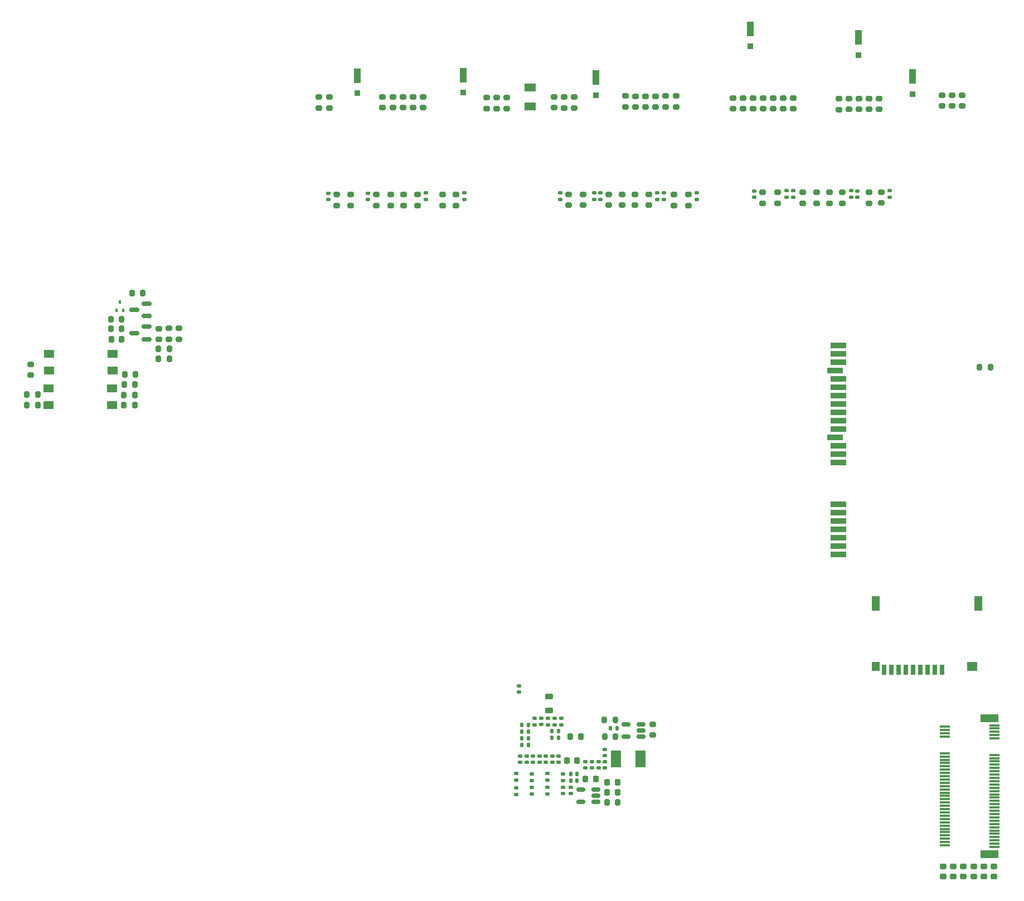
<source format=gbp>
G04 #@! TF.GenerationSoftware,KiCad,Pcbnew,8.0.0-rc1*
G04 #@! TF.CreationDate,2024-05-28T16:40:15+03:00*
G04 #@! TF.ProjectId,MXVR_3566,4d585652-5f33-4353-9636-2e6b69636164,REV1*
G04 #@! TF.SameCoordinates,Original*
G04 #@! TF.FileFunction,Paste,Bot*
G04 #@! TF.FilePolarity,Positive*
%FSLAX46Y46*%
G04 Gerber Fmt 4.6, Leading zero omitted, Abs format (unit mm)*
G04 Created by KiCad (PCBNEW 8.0.0-rc1) date 2024-05-28 16:40:15*
%MOMM*%
%LPD*%
G01*
G04 APERTURE LIST*
G04 Aperture macros list*
%AMRoundRect*
0 Rectangle with rounded corners*
0 $1 Rounding radius*
0 $2 $3 $4 $5 $6 $7 $8 $9 X,Y pos of 4 corners*
0 Add a 4 corners polygon primitive as box body*
4,1,4,$2,$3,$4,$5,$6,$7,$8,$9,$2,$3,0*
0 Add four circle primitives for the rounded corners*
1,1,$1+$1,$2,$3*
1,1,$1+$1,$4,$5*
1,1,$1+$1,$6,$7*
1,1,$1+$1,$8,$9*
0 Add four rect primitives between the rounded corners*
20,1,$1+$1,$2,$3,$4,$5,0*
20,1,$1+$1,$4,$5,$6,$7,0*
20,1,$1+$1,$6,$7,$8,$9,0*
20,1,$1+$1,$8,$9,$2,$3,0*%
G04 Aperture macros list end*
%ADD10RoundRect,0.150000X0.512500X0.150000X-0.512500X0.150000X-0.512500X-0.150000X0.512500X-0.150000X0*%
%ADD11RoundRect,0.200000X0.200000X0.275000X-0.200000X0.275000X-0.200000X-0.275000X0.200000X-0.275000X0*%
%ADD12RoundRect,0.140000X-0.170000X0.140000X-0.170000X-0.140000X0.170000X-0.140000X0.170000X0.140000X0*%
%ADD13RoundRect,0.200000X-0.275000X0.200000X-0.275000X-0.200000X0.275000X-0.200000X0.275000X0.200000X0*%
%ADD14RoundRect,0.140000X0.170000X-0.140000X0.170000X0.140000X-0.170000X0.140000X-0.170000X-0.140000X0*%
%ADD15RoundRect,0.150000X0.587500X0.150000X-0.587500X0.150000X-0.587500X-0.150000X0.587500X-0.150000X0*%
%ADD16RoundRect,0.200000X0.275000X-0.200000X0.275000X0.200000X-0.275000X0.200000X-0.275000X-0.200000X0*%
%ADD17R,1.120000X2.170000*%
%ADD18R,0.850000X0.850000*%
%ADD19RoundRect,0.218750X0.218750X0.256250X-0.218750X0.256250X-0.218750X-0.256250X0.218750X-0.256250X0*%
%ADD20RoundRect,0.135000X0.185000X-0.135000X0.185000X0.135000X-0.185000X0.135000X-0.185000X-0.135000X0*%
%ADD21RoundRect,0.140000X0.140000X0.170000X-0.140000X0.170000X-0.140000X-0.170000X0.140000X-0.170000X0*%
%ADD22RoundRect,0.140000X-0.140000X-0.170000X0.140000X-0.170000X0.140000X0.170000X-0.140000X0.170000X0*%
%ADD23RoundRect,0.200000X-0.200000X-0.275000X0.200000X-0.275000X0.200000X0.275000X-0.200000X0.275000X0*%
%ADD24RoundRect,0.225000X-0.225000X-0.250000X0.225000X-0.250000X0.225000X0.250000X-0.225000X0.250000X0*%
%ADD25RoundRect,0.225000X-0.250000X0.225000X-0.250000X-0.225000X0.250000X-0.225000X0.250000X0.225000X0*%
%ADD26R,1.800000X1.200000*%
%ADD27R,1.500000X1.250000*%
%ADD28R,0.400000X0.510000*%
%ADD29R,1.550000X0.300000*%
%ADD30R,2.750000X1.200000*%
%ADD31R,1.500000X2.500000*%
%ADD32R,2.400000X0.900000*%
%ADD33RoundRect,0.225000X0.225000X0.250000X-0.225000X0.250000X-0.225000X-0.250000X0.225000X-0.250000X0*%
%ADD34R,0.700000X1.600000*%
%ADD35R,1.200000X1.400000*%
%ADD36R,1.200000X2.200000*%
%ADD37R,1.600000X1.400000*%
%ADD38RoundRect,0.218750X-0.381250X0.218750X-0.381250X-0.218750X0.381250X-0.218750X0.381250X0.218750X0*%
G04 APERTURE END LIST*
D10*
X139637510Y-145977510D03*
X139637510Y-146927510D03*
X139637510Y-147877510D03*
X137362510Y-147877510D03*
X137362510Y-145977510D03*
D11*
X142955000Y-147950000D03*
X141305000Y-147950000D03*
D12*
X139350000Y-55340000D03*
X139350000Y-56300000D03*
X135850010Y-145660010D03*
X135850010Y-146620010D03*
D13*
X108450000Y-55575000D03*
X108450000Y-57225000D03*
X116360000Y-55570000D03*
X116360000Y-57220000D03*
D12*
X119660000Y-55350000D03*
X119660000Y-56310000D03*
D14*
X130082510Y-141870010D03*
X130082510Y-140910010D03*
D15*
X71395000Y-72120000D03*
X71395000Y-74020000D03*
X69520000Y-73070000D03*
X71420000Y-75660000D03*
X71420000Y-77560000D03*
X69545000Y-76610000D03*
D12*
X134620010Y-145660010D03*
X134620010Y-146620010D03*
D16*
X53770000Y-83005000D03*
X53770000Y-81355000D03*
D12*
X104990000Y-55360000D03*
X104990000Y-56320000D03*
D13*
X167210000Y-55240000D03*
X167210000Y-56890000D03*
X151500000Y-55570000D03*
X151500000Y-57220000D03*
D16*
X145665000Y-42280000D03*
X145665000Y-40630000D03*
D14*
X129102510Y-141870010D03*
X129102510Y-140910010D03*
D12*
X133380010Y-135170010D03*
X133380010Y-136130010D03*
D17*
X163130000Y-30380000D03*
D18*
X163130000Y-33060000D03*
D13*
X163530000Y-40895000D03*
X163530000Y-42545000D03*
D19*
X136790010Y-141580010D03*
X135215010Y-141580010D03*
D13*
X145590000Y-55555000D03*
X145590000Y-57205000D03*
X126100000Y-40860000D03*
X126100000Y-42510000D03*
X111840000Y-40745000D03*
X111840000Y-42395000D03*
D20*
X129920010Y-146710010D03*
X129920010Y-145690010D03*
D21*
X133950000Y-137090000D03*
X132990000Y-137090000D03*
D13*
X168090000Y-40885000D03*
X168090000Y-42535000D03*
D22*
X128410010Y-136170010D03*
X129370010Y-136170010D03*
D13*
X183000000Y-55225000D03*
X183000000Y-56875000D03*
D14*
X128122510Y-141880010D03*
X128122510Y-140920010D03*
D23*
X140925010Y-135440010D03*
X142575010Y-135440010D03*
D14*
X127970010Y-131190010D03*
X127970010Y-130230010D03*
D12*
X141030010Y-141750010D03*
X141030010Y-142710010D03*
D13*
X173150000Y-55245000D03*
X173150000Y-56895000D03*
X182680000Y-41000000D03*
X182680000Y-42650000D03*
X134840000Y-40755000D03*
X134840000Y-42405000D03*
D24*
X141375010Y-146400010D03*
X142925010Y-146400010D03*
D11*
X74860000Y-80570000D03*
X73210000Y-80570000D03*
D16*
X76280000Y-77575000D03*
X76280000Y-75925000D03*
D11*
X69720000Y-82910000D03*
X68070000Y-82910000D03*
D13*
X171030000Y-55245000D03*
X171030000Y-56895000D03*
D16*
X73240000Y-77585000D03*
X73240000Y-75935000D03*
D25*
X192395000Y-157640000D03*
X192395000Y-159190000D03*
D13*
X118390000Y-55575000D03*
X118390000Y-57225000D03*
D10*
X146517510Y-136060010D03*
X146517510Y-137010010D03*
X146517510Y-137960010D03*
X144242510Y-137960010D03*
X144242510Y-136060010D03*
D13*
X193710000Y-40470000D03*
X193710000Y-42120000D03*
X161990000Y-40895000D03*
X161990000Y-42545000D03*
X136370000Y-40755000D03*
X136370000Y-42405000D03*
D14*
X141030010Y-140820010D03*
X141030010Y-139860010D03*
D11*
X54885000Y-85990000D03*
X53235000Y-85990000D03*
D22*
X128420010Y-137190010D03*
X129380010Y-137190010D03*
D13*
X195230000Y-40470000D03*
X195230000Y-42120000D03*
X141590000Y-55565000D03*
X141590000Y-57215000D03*
D19*
X137327500Y-137970000D03*
X135752500Y-137970000D03*
D14*
X133022510Y-141870010D03*
X133022510Y-140910010D03*
D13*
X100270000Y-55585000D03*
X100270000Y-57235000D03*
D17*
X139600000Y-37800000D03*
D18*
X139600000Y-40480000D03*
D13*
X106240000Y-55585000D03*
X106240000Y-57235000D03*
D12*
X140330000Y-55340000D03*
X140330000Y-56300000D03*
D26*
X129690000Y-42195000D03*
X129690000Y-39295000D03*
D13*
X151795000Y-40620000D03*
X151795000Y-42270000D03*
D20*
X132300010Y-146710010D03*
X132300010Y-145690010D03*
D13*
X110310000Y-40740000D03*
X110310000Y-42390000D03*
X178110000Y-41000000D03*
X178110000Y-42650000D03*
X176580000Y-41020000D03*
X176580000Y-42670000D03*
D12*
X132380010Y-135170010D03*
X132380010Y-136130010D03*
D13*
X110440000Y-55585000D03*
X110440000Y-57235000D03*
D27*
X56530000Y-87570000D03*
X56530000Y-85030000D03*
X66190000Y-85030000D03*
X66190000Y-87570000D03*
D12*
X179320000Y-55030000D03*
X179320000Y-55990000D03*
X163700000Y-55020000D03*
X163700000Y-55980000D03*
X178380000Y-55010000D03*
X178380000Y-55970000D03*
D24*
X141375010Y-144865010D03*
X142925010Y-144865010D03*
D16*
X74760000Y-77575000D03*
X74760000Y-75925000D03*
D17*
X179525000Y-31705000D03*
D18*
X179525000Y-34385000D03*
D13*
X143600000Y-55550000D03*
X143600000Y-57200000D03*
X166570000Y-40900000D03*
X166570000Y-42550000D03*
D11*
X74855000Y-79050000D03*
X73205000Y-79050000D03*
D28*
X67830000Y-73195000D03*
X66830000Y-73195000D03*
X67330000Y-71905000D03*
D29*
X200184900Y-154715000D03*
X192634900Y-154465000D03*
X200184900Y-154215000D03*
X192634900Y-153965000D03*
X200184900Y-153715000D03*
X192634900Y-153465000D03*
X200184900Y-153215000D03*
X192634900Y-152965000D03*
X200184900Y-152715000D03*
X192634900Y-152465000D03*
X200184900Y-152215000D03*
X192634900Y-151965000D03*
X200184900Y-151715000D03*
X192634900Y-151465000D03*
X200184900Y-151215000D03*
X192634900Y-150965000D03*
X200184900Y-150715000D03*
X192634900Y-150465000D03*
X200184900Y-150215000D03*
X192634900Y-149965000D03*
X200184900Y-149715000D03*
X192634900Y-149465000D03*
X200184900Y-149215000D03*
X192634900Y-148965000D03*
X200184900Y-148715000D03*
X192634900Y-148465000D03*
X200184900Y-148215000D03*
X192634900Y-147965000D03*
X200184900Y-147715000D03*
X192634900Y-147465000D03*
X200184900Y-147215000D03*
X192634900Y-146965000D03*
X200184900Y-146715000D03*
X192634900Y-146465000D03*
X200184900Y-146215000D03*
X192634900Y-145965000D03*
X200184900Y-145715000D03*
X192634900Y-145465000D03*
X200184900Y-145215000D03*
X192634900Y-144965000D03*
X200184900Y-144715000D03*
X192634900Y-144465000D03*
X200184900Y-144215000D03*
X192634900Y-143965000D03*
X200184900Y-143715000D03*
X192634900Y-143465000D03*
X200184900Y-143215000D03*
X192634900Y-142965000D03*
X200184900Y-142715000D03*
X192634900Y-142465000D03*
X200184900Y-142215000D03*
X192634900Y-141965000D03*
X200184900Y-141715000D03*
X192634900Y-141465000D03*
X200184900Y-141215000D03*
X192634900Y-140965000D03*
X200184900Y-140715000D03*
X192634900Y-140465000D03*
X200184900Y-138215000D03*
X192634900Y-137965000D03*
X200184900Y-137715000D03*
X192634900Y-137465000D03*
X200184900Y-137215000D03*
X192634900Y-136965000D03*
X200184900Y-136715000D03*
X192634900Y-136465000D03*
X200184900Y-136215000D03*
D30*
X199409900Y-155815000D03*
X199409900Y-135115000D03*
D13*
X102420000Y-55585000D03*
X102420000Y-57235000D03*
D20*
X134660010Y-144650010D03*
X134660010Y-143630010D03*
D13*
X165050000Y-40895000D03*
X165050000Y-42545000D03*
X192180000Y-40470000D03*
X192180000Y-42120000D03*
D25*
X195475000Y-157640000D03*
X195475000Y-159190000D03*
D20*
X127540010Y-146730010D03*
X127540010Y-145710010D03*
D13*
X177090000Y-55230000D03*
X177090000Y-56880000D03*
D23*
X140955010Y-137970010D03*
X142605010Y-137970010D03*
D13*
X160470000Y-40885000D03*
X160470000Y-42535000D03*
D20*
X129910010Y-144620010D03*
X129910010Y-143600010D03*
D13*
X113360000Y-40735000D03*
X113360000Y-42385000D03*
X133310000Y-40740000D03*
X133310000Y-42390000D03*
X147690000Y-55555000D03*
X147690000Y-57205000D03*
X99160000Y-40780000D03*
X99160000Y-42430000D03*
X181160000Y-41000000D03*
X181160000Y-42650000D03*
X153680000Y-55570000D03*
X153680000Y-57220000D03*
X148735000Y-40635000D03*
X148735000Y-42285000D03*
X135450000Y-55555000D03*
X135450000Y-57205000D03*
X108780000Y-40740000D03*
X108780000Y-42390000D03*
D25*
X198545000Y-157660000D03*
X198545000Y-159210000D03*
D22*
X135840010Y-143620010D03*
X136800010Y-143620010D03*
D21*
X142820010Y-136700010D03*
X141860010Y-136700010D03*
D23*
X197895000Y-81850000D03*
X199545000Y-81850000D03*
X53235000Y-87580000D03*
X54885000Y-87580000D03*
X67955000Y-86020000D03*
X69605000Y-86020000D03*
D13*
X123070000Y-40850000D03*
X123070000Y-42500000D03*
D31*
X146426746Y-141330010D03*
X142726746Y-141330010D03*
D22*
X128420010Y-138220010D03*
X129380010Y-138220010D03*
D12*
X154950000Y-55345000D03*
X154950000Y-56305000D03*
D13*
X164960000Y-55235000D03*
X164960000Y-56885000D03*
X175080000Y-55245000D03*
X175080000Y-56895000D03*
X112575000Y-55575000D03*
X112575000Y-57225000D03*
D32*
X176480000Y-96315000D03*
X176480000Y-95035000D03*
X176480000Y-93765000D03*
X175980000Y-92495000D03*
X176480000Y-91225000D03*
X176480000Y-89955000D03*
X176480000Y-88685000D03*
X176480000Y-87415000D03*
X176480000Y-86145000D03*
X176480000Y-84875000D03*
X176480000Y-83605000D03*
X175980000Y-82335000D03*
X176480000Y-81065000D03*
X176480000Y-79795000D03*
X176480000Y-78525000D03*
X176480000Y-110275000D03*
X176480000Y-109005000D03*
X176480000Y-107735000D03*
X176480000Y-106465000D03*
X176480000Y-105195000D03*
X176480000Y-103925000D03*
X176480000Y-102655000D03*
D12*
X169630000Y-55010000D03*
X169630000Y-55970000D03*
D17*
X103385000Y-37520000D03*
D18*
X103385000Y-40200000D03*
D23*
X65975000Y-74500000D03*
X67625000Y-74500000D03*
D11*
X69620000Y-84480000D03*
X67970000Y-84480000D03*
D25*
X197015000Y-157645000D03*
X197015000Y-159195000D03*
D17*
X187765000Y-37615000D03*
D18*
X187765000Y-40295000D03*
D13*
X97600000Y-40790000D03*
X97600000Y-42440000D03*
D12*
X148960000Y-55330000D03*
X148960000Y-56290000D03*
D14*
X131062510Y-141870010D03*
X131062510Y-140910010D03*
D16*
X147205000Y-42285000D03*
X147205000Y-40635000D03*
D13*
X181120000Y-55235000D03*
X181120000Y-56885000D03*
D12*
X134200000Y-55330000D03*
X134200000Y-56290000D03*
D22*
X128420010Y-139230010D03*
X129380010Y-139230010D03*
D13*
X124580000Y-40855000D03*
X124580000Y-42505000D03*
X144105000Y-40620000D03*
X144105000Y-42270000D03*
D25*
X200070000Y-157665000D03*
X200070000Y-159215000D03*
D12*
X130350010Y-135170010D03*
X130350010Y-136130010D03*
D13*
X169640000Y-40885000D03*
X169640000Y-42535000D03*
D11*
X69605000Y-87560000D03*
X67955000Y-87560000D03*
D23*
X65975000Y-76010000D03*
X67625000Y-76010000D03*
D21*
X133950000Y-138090000D03*
X132990000Y-138090000D03*
D33*
X139620010Y-144370010D03*
X138070010Y-144370010D03*
D17*
X119475000Y-37430000D03*
D18*
X119475000Y-40110000D03*
D12*
X139040010Y-141750010D03*
X139040010Y-142710010D03*
D22*
X135830010Y-144600010D03*
X136790010Y-144600010D03*
D12*
X184260000Y-55010000D03*
X184260000Y-55970000D03*
D13*
X150255000Y-40620000D03*
X150255000Y-42270000D03*
D11*
X70835000Y-70530000D03*
X69185000Y-70530000D03*
D16*
X148260000Y-137695000D03*
X148260000Y-136045000D03*
D12*
X134410010Y-135170010D03*
X134410010Y-136130010D03*
D14*
X134002510Y-141870010D03*
X134002510Y-140910010D03*
X132042510Y-141870010D03*
X132042510Y-140910010D03*
D12*
X168590000Y-55000000D03*
X168590000Y-55960000D03*
D20*
X132300010Y-144550010D03*
X132300010Y-143530010D03*
D12*
X99010000Y-55360000D03*
X99010000Y-56320000D03*
D27*
X56552500Y-82317500D03*
X56552500Y-79777500D03*
X66212500Y-79777500D03*
X66212500Y-82317500D03*
D13*
X179620000Y-41000000D03*
X179620000Y-42650000D03*
D12*
X113830000Y-55340000D03*
X113830000Y-56300000D03*
D24*
X66035000Y-77550000D03*
X67585000Y-77550000D03*
D20*
X127550010Y-144550010D03*
X127550010Y-143530010D03*
D13*
X107250000Y-40735000D03*
X107250000Y-42385000D03*
D12*
X138030010Y-141750010D03*
X138030010Y-142710010D03*
D25*
X193925000Y-157640000D03*
X193925000Y-159190000D03*
D13*
X137700000Y-55555000D03*
X137700000Y-57205000D03*
D34*
X192180000Y-127800000D03*
X191080000Y-127800000D03*
X189980000Y-127800000D03*
X188880000Y-127800000D03*
X187780000Y-127800000D03*
X186680000Y-127800000D03*
X185580000Y-127800000D03*
X184480000Y-127800000D03*
X183380000Y-127800000D03*
D35*
X182180000Y-127300000D03*
D36*
X182180000Y-117700000D03*
X197680000Y-117700000D03*
D37*
X196780000Y-127300000D03*
D12*
X140030010Y-141750010D03*
X140030010Y-142710010D03*
X131370010Y-135160010D03*
X131370010Y-136120010D03*
X149960000Y-55330000D03*
X149960000Y-56290000D03*
D38*
X132560010Y-131847510D03*
X132560010Y-133972510D03*
M02*

</source>
